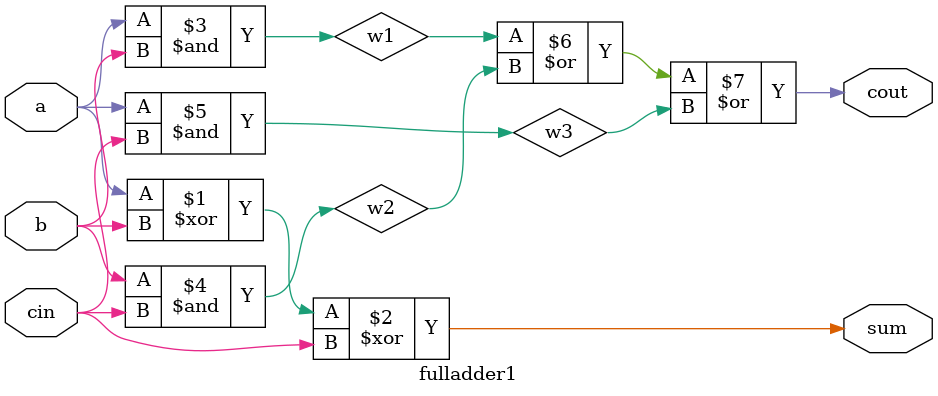
<source format=sv>
module fulladder1(output sum, cout, input a, b, cin);
  
  xor a1(sum, a, b, cin);
  and a2(w1, a, b);
  and a3(w2, b, cin);
  and a4(w3, a, cin);
  or  a5(cout, w1, w2, w3);
  
endmodule
</source>
